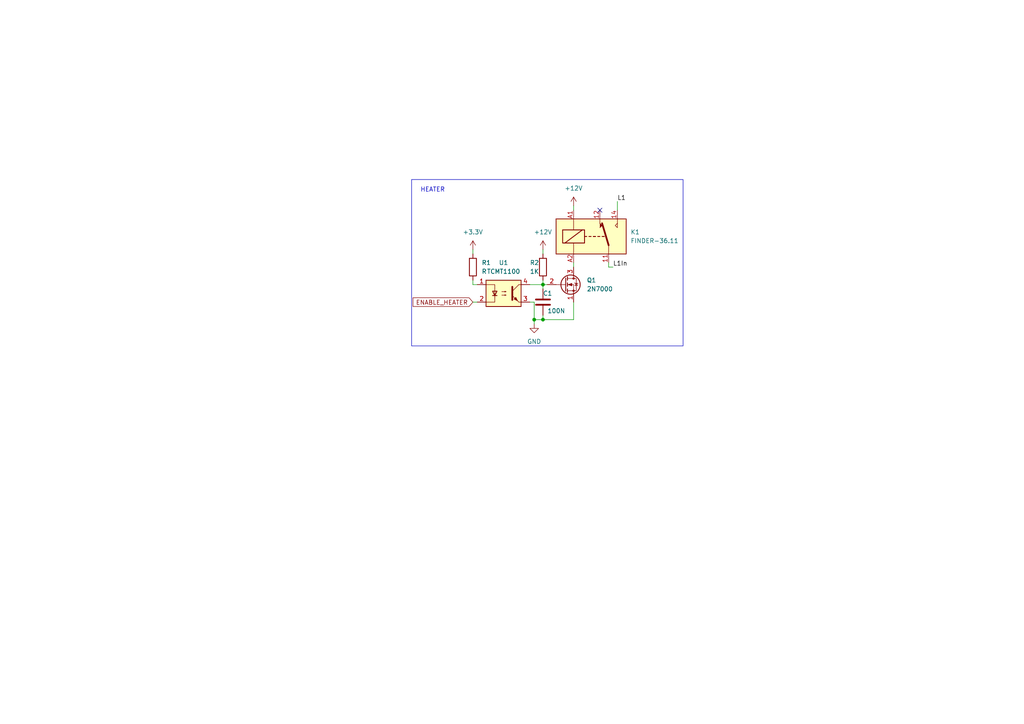
<source format=kicad_sch>
(kicad_sch (version 20230121) (generator eeschema)
  (paper "A4")
  (lib_symbols
    (symbol "Device:C" (pin_numbers hide) (pin_names (offset 0.254))
      (property "Reference" "C" (at 0.635 2.54 0))
      (property "Value" "C" (at 0.635 -2.54 0))
      (symbol "C_0_1"
        (polyline (pts (xy -2.032 -0.762) (xy 2.032 -0.762)) (stroke (width 0.508)))
        (polyline (pts (xy -2.032 0.762) (xy 2.032 0.762)) (stroke (width 0.508)))
      )
      (symbol "C_1_1"
        (pin passive line (at 0 3.81 270) (length 2.794) (name "~") (number "1"))
        (pin passive line (at 0 -3.81 90) (length 2.794) (name "~") (number "2"))
      )
    )
    (symbol "Device:R" (pin_numbers hide) (pin_names (offset 0))
      (property "Reference" "R" (at 2.032 0 90))
      (property "Value" "R" (at 0 0 90))
      (symbol "R_0_1"
        (rectangle (start -1.016 -2.54) (end 1.016 2.54) (stroke (width 0.254)))
      )
      (symbol "R_1_1"
        (pin passive line (at 0 3.81 270) (length 1.27) (name "~") (number "1"))
        (pin passive line (at 0 -3.81 90) (length 1.27) (name "~") (number "2"))
      )
    )
    (symbol "Isolator:TCMT1100" (pin_names (offset 1.016))
      (property "Reference" "U" (at 0 5.08 0))
      (property "Value" "TCMT1100" (at 0 -5.08 0))
      (symbol "TCMT1100_1_1"
        (rectangle (start -5.08 3.81) (end 5.08 -3.81) (stroke (width 0.254)) (fill (type background)))
        (polyline (pts (xy -3.175 -0.635) (xy -1.905 -0.635)) (stroke (width 0.254)))
        (polyline (pts (xy 2.54 0.635) (xy 4.445 2.54)))
        (polyline (pts (xy 4.445 -2.54) (xy 2.54 -0.635)) (fill (type outline)))
        (polyline (pts (xy 4.445 -2.54) (xy 5.08 -2.54)))
        (polyline (pts (xy 4.445 2.54) (xy 5.08 2.54)))
        (polyline (pts (xy -2.54 -0.635) (xy -2.54 -2.54) (xy -5.08 -2.54)))
        (polyline (pts (xy 2.54 1.905) (xy 2.54 -1.905) (xy 2.54 -1.905)) (stroke (width 0.508)))
        (polyline (pts (xy -5.08 2.54) (xy -2.54 2.54) (xy -2.54 -1.27) (xy -2.54 0.635)))
        (polyline (pts (xy -2.54 -0.635) (xy -3.175 0.635) (xy -1.905 0.635) (xy -2.54 -0.635)) (stroke (width 0.254)))
        (polyline (pts (xy -0.508 -0.508) (xy 0.762 -0.508) (xy 0.381 -0.635) (xy 0.381 -0.381) (xy 0.762 -0.508)))
        (polyline (pts (xy -0.508 0.508) (xy 0.762 0.508) (xy 0.381 0.381) (xy 0.381 0.635) (xy 0.762 0.508)))
        (polyline (pts (xy 3.048 -1.651) (xy 3.556 -1.143) (xy 4.064 -2.159) (xy 3.048 -1.651) (xy 3.048 -1.651)) (fill (type outline)))
        (pin passive line (at -7.62 2.54 0) (length 2.54) (name "~") (number "1"))
        (pin passive line (at -7.62 -2.54 0) (length 2.54) (name "~") (number "2"))
        (pin passive line (at 7.62 -2.54 180) (length 2.54) (name "~") (number "3"))
        (pin passive line (at 7.62 2.54 180) (length 2.54) (name "~") (number "4"))
      )
    )
    (symbol "Relay:FINDER-36.11"
      (property "Reference" "K" (at 11.43 3.81 0))
      (property "Value" "FINDER-36.11" (at 11.43 1.27 0))
      (symbol "FINDER-36.11_0_0"
        (polyline (pts (xy 2.54 3.81) (xy 2.54 5.08)))
        (polyline (pts (xy 7.62 3.81) (xy 7.62 5.08)))
        (polyline (pts (xy 7.62 3.81) (xy 7.62 2.54) (xy 6.985 3.175) (xy 7.62 3.81)))
      )
      (symbol "FINDER-36.11_0_1"
        (rectangle (start -10.16 5.08) (end 10.16 -5.08) (stroke (width 0.254)) (fill (type background)))
        (rectangle (start -8.255 1.905) (end -1.905 -1.905) (stroke (width 0.254)))
        (polyline (pts (xy -7.62 -1.905) (xy -2.54 1.905)) (stroke (width 0.254)))
        (polyline (pts (xy -5.08 -5.08) (xy -5.08 -1.905)))
        (polyline (pts (xy -5.08 5.08) (xy -5.08 1.905)))
        (polyline (pts (xy -1.905 0) (xy -1.27 0)) (stroke (width 0.254)))
        (polyline (pts (xy -0.635 0) (xy 0 0)) (stroke (width 0.254)))
        (polyline (pts (xy 0.635 0) (xy 1.27 0)) (stroke (width 0.254)))
        (polyline (pts (xy 0.635 0) (xy 1.27 0)) (stroke (width 0.254)))
        (polyline (pts (xy 1.905 0) (xy 2.54 0)) (stroke (width 0.254)))
        (polyline (pts (xy 3.175 0) (xy 3.81 0)) (stroke (width 0.254)))
        (polyline (pts (xy 5.08 -2.54) (xy 3.175 3.81)) (stroke (width 0.508)))
        (polyline (pts (xy 5.08 -2.54) (xy 5.08 -5.08)))
        (polyline (pts (xy 2.54 2.54) (xy 3.175 3.175) (xy 2.54 3.81)) (fill (type outline)))
      )
      (symbol "FINDER-36.11_1_1"
        (pin passive line (at 5.08 -7.62 90) (length 2.54) (name "~") (number "11"))
        (pin passive line (at 2.54 7.62 270) (length 2.54) (name "~") (number "12"))
        (pin passive line (at 7.62 7.62 270) (length 2.54) (name "~") (number "14"))
        (pin passive line (at -5.08 7.62 270) (length 2.54) (name "~") (number "A1"))
        (pin passive line (at -5.08 -7.62 90) (length 2.54) (name "~") (number "A2"))
      )
    )
    (symbol "Transistor_FET:2N7000" (pin_names hide)
      (property "Reference" "Q" (at 5.08 1.905 0))
      (property "Value" "2N7000" (at 5.08 0 0))
      (symbol "2N7000_0_1"
        (polyline (pts (xy 0.254 0) (xy -2.54 0)))
        (polyline (pts (xy 0.254 1.905) (xy 0.254 -1.905)) (stroke (width 0.254)))
        (polyline (pts (xy 0.762 -1.27) (xy 0.762 -2.286)) (stroke (width 0.254)))
        (polyline (pts (xy 0.762 0.508) (xy 0.762 -0.508)) (stroke (width 0.254)))
        (polyline (pts (xy 0.762 2.286) (xy 0.762 1.27)) (stroke (width 0.254)))
        (polyline (pts (xy 2.54 2.54) (xy 2.54 1.778)))
        (polyline (pts (xy 2.54 -2.54) (xy 2.54 0) (xy 0.762 0)))
        (polyline (pts (xy 0.762 -1.778) (xy 3.302 -1.778) (xy 3.302 1.778) (xy 0.762 1.778)))
        (polyline (pts (xy 1.016 0) (xy 2.032 0.381) (xy 2.032 -0.381) (xy 1.016 0)) (fill (type outline)))
        (polyline (pts (xy 2.794 0.508) (xy 2.921 0.381) (xy 3.683 0.381) (xy 3.81 0.254)))
        (polyline (pts (xy 3.302 0.381) (xy 2.921 -0.254) (xy 3.683 -0.254) (xy 3.302 0.381)))
        (circle (center 1.651 0) (radius 2.794) (stroke (width 0.254)))
        (circle (center 2.54 -1.778) (radius 0.254) (fill (type outline)))
        (circle (center 2.54 1.778) (radius 0.254) (fill (type outline)))
      )
      (symbol "2N7000_1_1"
        (pin passive line (at 2.54 -5.08 90) (length 2.54) (name "S") (number "1"))
        (pin input line (at -5.08 0 0) (length 2.54) (name "G") (number "2"))
        (pin passive line (at 2.54 5.08 270) (length 2.54) (name "D") (number "3"))
      )
    )
    (symbol "power:+12V" (power) (pin_names (offset 0))
      (property "Value" "+12V" (at 0 3.556 0))
      (symbol "+12V_0_1"
        (polyline (pts (xy -0.762 1.27) (xy 0 2.54)))
        (polyline (pts (xy 0 0) (xy 0 2.54)))
        (polyline (pts (xy 0 2.54) (xy 0.762 1.27)))
      )
      (symbol "+12V_1_1"
        (pin power_in line (at 0 0 90) (length 0) hide (name "+12V") (number "1"))
      )
    )
    (symbol "power:+3.3V" (power) (pin_names (offset 0))
      (property "Value" "+3.3V" (at 0 3.556 0))
      (symbol "+3.3V_0_1"
        (polyline (pts (xy -0.762 1.27) (xy 0 2.54)))
        (polyline (pts (xy 0 0) (xy 0 2.54)))
        (polyline (pts (xy 0 2.54) (xy 0.762 1.27)))
      )
      (symbol "+3.3V_1_1"
        (pin power_in line (at 0 0 90) (length 0) hide (name "+3.3V") (number "1"))
      )
    )
    (symbol "power:GND" (power) (pin_names (offset 0))
      (property "Value" "GND" (at 0 -3.81 0))
      (symbol "GND_0_1"
        (polyline (pts (xy 0 0) (xy 0 -1.27) (xy 1.27 -1.27) (xy 0 -2.54) (xy -1.27 -1.27) (xy 0 -1.27)))
      )
      (symbol "GND_1_1"
        (pin power_in line (at 0 0 270) (length 0) hide (name "GND") (number "1"))
      )
    )
  )
  (junction (at 154.94 92.71))
  (junction (at 157.48 82.55))
  (junction (at 157.48 92.71))
  (no_connect (at 173.99 60.96))
  (wire (pts (xy 157.48 82.55) (xy 158.75 82.55)))
  (wire (pts (xy 179.07 58.42) (xy 179.07 60.96)))
  (wire (pts (xy 157.48 81.28) (xy 157.48 82.55)))
  (wire (pts (xy 157.48 92.71) (xy 166.37 92.71)))
  (wire (pts (xy 157.48 92.71) (xy 154.94 92.71)))
  (wire (pts (xy 166.37 76.2) (xy 166.37 77.47)))
  (wire (pts (xy 157.48 72.39) (xy 157.48 73.66)))
  (wire (pts (xy 137.16 72.39) (xy 137.16 73.66)))
  (wire (pts (xy 176.53 77.47) (xy 177.8 77.47)))
  (wire (pts (xy 154.94 87.63) (xy 154.94 92.71)))
  (wire (pts (xy 137.16 81.28) (xy 137.16 82.55)))
  (wire (pts (xy 157.48 82.55) (xy 157.48 83.82)))
  (wire (pts (xy 138.43 82.55) (xy 137.16 82.55)))
  (wire (pts (xy 176.53 76.2) (xy 176.53 77.47)))
  (wire (pts (xy 154.94 92.71) (xy 154.94 93.98)))
  (wire (pts (xy 166.37 92.71) (xy 166.37 87.63)))
  (wire (pts (xy 153.67 87.63) (xy 154.94 87.63)))
  (wire (pts (xy 157.48 91.44) (xy 157.48 92.71)))
  (wire (pts (xy 166.37 59.69) (xy 166.37 60.96)))
  (wire (pts (xy 138.43 87.63) (xy 137.16 87.63)))
  (wire (pts (xy 153.67 82.55) (xy 157.48 82.55)))
  (rectangle (start 119.38 52.07) (end 198.12 100.33))
  (text "HEATER" (at 121.92 55.88 0) (effects (font (size 1.27 1.27)) (justify left bottom)))
  (label "L1" (at 179.07 58.42 0))
  (label "L1In" (at 177.8 77.47 0))
  (global_label "ENABLE_HEATER" (shape input) (at 137.16 87.63 180) (property "Intersheetrefs" "${INTERSHEET_REFS}" (effects hide)))
  (symbol (lib_id "Device:R") (at 137.16 77.47 0) (unit 1)
    (property "Reference" "R1" (at 139.7 76.2 0) (effects (justify left)))
    (property "Value" "R" (at 139.7 78.74 0) (effects (justify left)))
  )
  (symbol (lib_id "Relay:FINDER-36.11") (at 171.45 68.58 0) (unit 1)
    (property "Reference" "K1" (at 182.88 67.31 0) (effects (justify left)))
    (property "Value" "FINDER-36.11" (at 182.88 69.85 0) (effects (justify left)))
    (property "Footprint" "Relay_THT:Relay_SPDT_Finder_36.11" (effects hide))
    (property "Datasheet" "https://gfinder.findernet.com/public/attachments/36/EN/S36EN.pdf" (effects hide))
  )
  (symbol (lib_id "power:+12V") (at 166.37 59.69 0) (unit 1)
    (property "Reference" "#PWR06" (effects hide))
    (property "Value" "+12V" (at 166.37 54.61 0))
  )
  (symbol (lib_id "Isolator:TCMT1100") (at 146.05 85.09 0) (unit 1)
    (property "Reference" "U1" (at 146.05 76.2 0))
    (property "Value" "TCMT1100" (at 146.05 78.74 0))
    (property "Footprint" "Package_SO:SOP-4_4.4x2.6mm_P1.27mm" (effects hide))
    (property "Datasheet" "http://www.vishay.com/docs/83510/tcmt1100.pdf" (effects hide))
  )
  (symbol (lib_id "Device:R") (at 157.48 77.47 0) (unit 1)
    (property "Reference" "R2" (at 153.67 76.2 0) (effects (justify left)))
    (property "Value" "1K" (at 153.67 78.74 0) (effects (justify left)))
  )
  (symbol (lib_id "power:GND") (at 154.94 93.98 0) (unit 1)
    (property "Reference" "#PWR04" (effects hide))
    (property "Value" "GND" (at 154.94 99.06 0))
  )
  (symbol (lib_id "power:+12V") (at 157.48 72.39 0) (unit 1)
    (property "Reference" "#PWR03" (effects hide))
    (property "Value" "+12V" (at 157.48 67.31 0))
    (instances (project "aqua_driver" (path "" (reference "#PWR03") (unit 1)) (path "" (reference "#PWR05") (unit 1))) (project "aqua_driver" (path "" (reference "#PWR03") (unit 1))))
  )
  (symbol (lib_id "power:+3.3V") (at 137.16 72.39 0) (unit 1)
    (property "Reference" "#PWR05" (effects hide))
    (property "Value" "+3.3V" (at 137.16 67.31 0))
    (instances (project "aqua_driver" (path "" (reference "#PWR05") (unit 1)) (path "" (reference "#PWR03") (unit 1))) (project "aqua_driver" (path "" (reference "#PWR05") (unit 1))))
  )
  (symbol (lib_id "Transistor_FET:2N7000") (at 163.83 82.55 0) (unit 1)
    (property "Reference" "Q1" (at 170.18 81.28 0) (effects (justify left)))
    (property "Value" "2N7000" (at 170.18 83.82 0) (effects (justify left)))
    (property "Footprint" "Package_TO_SOT_THT:TO-92_Inline" (effects hide))
    (property "Datasheet" "https://www.vishay.com/docs/70226/70226.pdf" (effects hide))
  )
  (symbol (lib_id "Device:C") (at 157.48 87.63 0) (unit 1)
    (property "Reference" "C1" (at 157.48 85.09 0) (effects (justify left)))
    (property "Value" "100N" (at 158.75 90.17 0) (effects (justify left)))
  )
)
</source>
